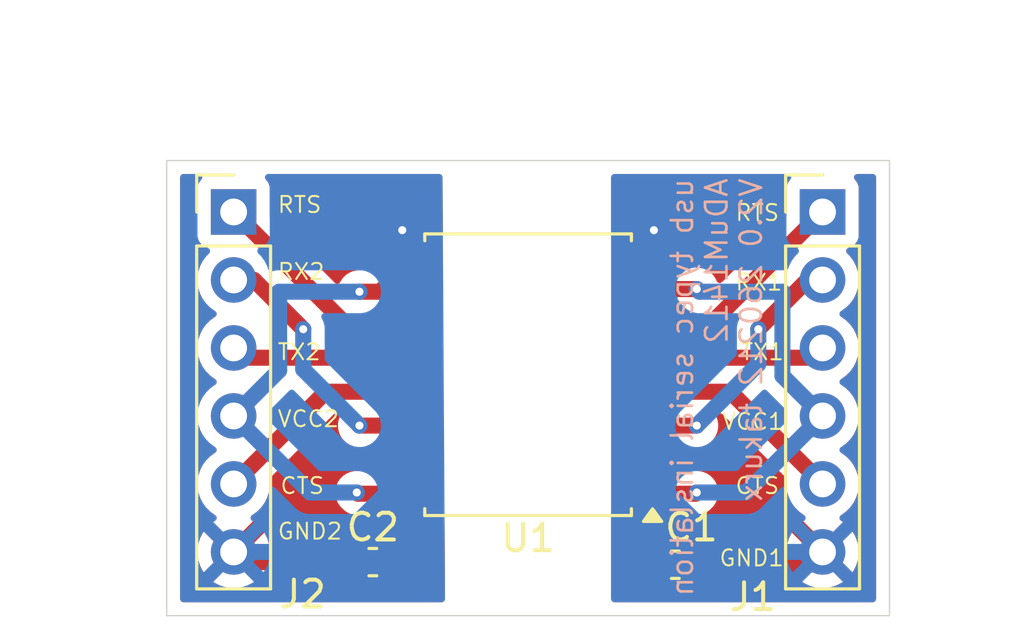
<source format=kicad_pcb>
(kicad_pcb (version 20241229) (generator "pcbnew") (generator_version "9.0")
  (title_block (title "usb typec serial insulation") (date "2026-02-12") (rev "V2.0") (company "takurx") (comment 1 "ADuM1412"))
  (layers (0 "F.Cu" signal) (2 "B.Cu" signal) (13 "F.Paste" user) (15 "B.Paste" user) (5 "F.SilkS" user "F.Silkscreen") (7 "B.SilkS" user "B.Silkscreen") (1 "F.Mask" user) (3 "B.Mask" user) (25 "Edge.Cuts" user))
  (net 0 "")
  (net 1 "VCC2")
  (net 2 "Net-(J1-Pin_3)")
  (net 3 "Net-(J1-Pin_2)")
  (net 4 "Net-(J1-Pin_5)")
  (net 5 "Net-(J1-Pin_1)")
  (net 6 "GND2")
  (net 7 "Net-(J2-Pin_5)")
  (net 8 "Net-(J2-Pin_3)")
  (net 9 "VCC1")
  (net 10 "Net-(J2-Pin_1)")
  (net 11 "GND1")
  (net 12 "Net-(J2-Pin_2)")
  (footprint "Capacitor_SMD:C_0603_1608Metric_Pad1.08x0.95mm_HandSolder" (layer "F.Cu") (at 147 104.1)
    (property "Reference" "C1" (at 0.6 -1.4 0) (layer "F.SilkS"))
    (property "Value" "0.1uF,>10V(=5V*2)")
    (fp_line (start -0.146267 -0.51) (end 0.146267 -0.51) (stroke (width 0.12)) (layer "F.SilkS"))
    (fp_line (start -0.146267 0.51) (end 0.146267 0.51) (stroke (width 0.12)) (layer "F.SilkS"))
    (pad "1" smd roundrect (at -0.8625 0) (size 1.075 0.95) (layers "F.Cu" "F.Mask" "F.Paste") (net 9 "VCC1"))
    (pad "2" smd roundrect (at 0.8625 0) (size 1.075 0.95) (layers "F.Cu" "F.Mask" "F.Paste") (net 11 "GND1"))
  )
  (footprint "Connector_PinHeader_2.54mm:PinHeader_1x06_P2.54mm_Vertical" (layer "F.Cu") (at 130.5 90.92)
    (property "Reference" "J2" (at 2.585 14.28 0) (layer "F.SilkS"))
    (property "Value" "Conn_01x06_Socket")
    (fp_line (start -1.38 -1.38) (end 0 -1.38) (stroke (width 0.12)) (layer "F.SilkS"))
    (fp_line (start -1.38 0) (end -1.38 -1.38) (stroke (width 0.12)) (layer "F.SilkS"))
    (fp_line (start -1.38 1.27) (end -1.38 14.08) (stroke (width 0.12)) (layer "F.SilkS"))
    (fp_line (start -1.38 1.27) (end 1.38 1.27) (stroke (width 0.12)) (layer "F.SilkS"))
    (fp_line (start -1.38 14.08) (end 1.38 14.08) (stroke (width 0.12)) (layer "F.SilkS"))
    (fp_line (start 1.38 1.27) (end 1.38 14.08) (stroke (width 0.12)) (layer "F.SilkS"))
    (pad "1" thru_hole rect (at 0 0) (size 1.7 1.7) (drill 1) (layers "*.Cu" "*.Mask") (net 10 "Net-(J2-Pin_1)"))
    (pad "2" thru_hole circle (at 0 2.54) (size 1.7 1.7) (drill 1) (layers "*.Cu" "*.Mask") (net 12 "Net-(J2-Pin_2)"))
    (pad "3" thru_hole circle (at 0 5.08) (size 1.7 1.7) (drill 1) (layers "*.Cu" "*.Mask") (net 8 "Net-(J2-Pin_3)"))
    (pad "4" thru_hole circle (at 0 7.62) (size 1.7 1.7) (drill 1) (layers "*.Cu" "*.Mask") (net 1 "VCC2"))
    (pad "5" thru_hole circle (at 0 10.16) (size 1.7 1.7) (drill 1) (layers "*.Cu" "*.Mask") (net 7 "Net-(J2-Pin_5)"))
    (pad "6" thru_hole circle (at 0 12.7) (size 1.7 1.7) (drill 1) (layers "*.Cu" "*.Mask") (net 6 "GND2"))
  )
  (footprint "Connector_PinHeader_2.54mm:PinHeader_1x06_P2.54mm_Vertical" (layer "F.Cu") (at 152.5 90.92)
    (property "Reference" "J1" (at -2.6 14.38 0) (layer "F.SilkS"))
    (property "Value" "Conn_01x06_Socket")
    (fp_line (start -1.38 -1.38) (end 0 -1.38) (stroke (width 0.12)) (layer "F.SilkS"))
    (fp_line (start -1.38 0) (end -1.38 -1.38) (stroke (width 0.12)) (layer "F.SilkS"))
    (fp_line (start -1.38 1.27) (end -1.38 14.08) (stroke (width 0.12)) (layer "F.SilkS"))
    (fp_line (start -1.38 1.27) (end 1.38 1.27) (stroke (width 0.12)) (layer "F.SilkS"))
    (fp_line (start -1.38 14.08) (end 1.38 14.08) (stroke (width 0.12)) (layer "F.SilkS"))
    (fp_line (start 1.38 1.27) (end 1.38 14.08) (stroke (width 0.12)) (layer "F.SilkS"))
    (pad "1" thru_hole rect (at 0 0) (size 1.7 1.7) (drill 1) (layers "*.Cu" "*.Mask") (net 5 "Net-(J1-Pin_1)"))
    (pad "2" thru_hole circle (at 0 2.54) (size 1.7 1.7) (drill 1) (layers "*.Cu" "*.Mask") (net 3 "Net-(J1-Pin_2)"))
    (pad "3" thru_hole circle (at 0 5.08) (size 1.7 1.7) (drill 1) (layers "*.Cu" "*.Mask") (net 2 "Net-(J1-Pin_3)"))
    (pad "4" thru_hole circle (at 0 7.62) (size 1.7 1.7) (drill 1) (layers "*.Cu" "*.Mask") (net 9 "VCC1"))
    (pad "5" thru_hole circle (at 0 10.16) (size 1.7 1.7) (drill 1) (layers "*.Cu" "*.Mask") (net 4 "Net-(J1-Pin_5)"))
    (pad "6" thru_hole circle (at 0 12.7) (size 1.7 1.7) (drill 1) (layers "*.Cu" "*.Mask") (net 11 "GND1"))
  )
  (footprint "Capacitor_SMD:C_0603_1608Metric_Pad1.08x0.95mm_HandSolder" (layer "F.Cu") (at 135.7 104 180)
    (property "Reference" "C2" (at 0 1.3 0) (layer "F.SilkS"))
    (property "Value" "0.1F,>10V(=5V*2)")
    (fp_line (start -0.146267 0.51) (end 0.146267 0.51) (stroke (width 0.12)) (layer "F.SilkS"))
    (fp_line (start -0.146267 -0.51) (end 0.146267 -0.51) (stroke (width 0.12)) (layer "F.SilkS"))
    (pad "1" smd roundrect (at -0.8625 0 180) (size 1.075 0.95) (layers "F.Cu" "F.Mask" "F.Paste") (net 1 "VCC2"))
    (pad "2" smd roundrect (at 0.8625 0 180) (size 1.075 0.95) (layers "F.Cu" "F.Mask" "F.Paste") (net 6 "GND2"))
  )
  (footprint "Package_SO:SOIC-16W_7.5x10.3mm_P1.27mm" (layer "F.Cu") (at 141.5 97 180)
    (property "Reference" "U1" (at 0 -6.1 0) (layer "F.SilkS"))
    (property "Value" "ADuM1412")
    (fp_line (start 3.86 5.26) (end -3.86 5.26) (stroke (width 0.12)) (layer "F.SilkS"))
    (fp_line (start 3.86 5.005) (end 3.86 5.26) (stroke (width 0.12)) (layer "F.SilkS"))
    (fp_line (start 3.86 -5.26) (end 3.86 -5.005) (stroke (width 0.12)) (layer "F.SilkS"))
    (fp_line (start -3.86 5.26) (end -3.86 5.005) (stroke (width 0.12)) (layer "F.SilkS"))
    (fp_line (start -3.86 -5.005) (end -3.86 -5.26) (stroke (width 0.12)) (layer "F.SilkS"))
    (fp_line (start -3.86 -5.26) (end 3.86 -5.26) (stroke (width 0.12)) (layer "F.SilkS"))
    (fp_poly (pts (xy -4.65 -5.01) (xy -4.99 -5.48) (xy -4.31 -5.48)) (stroke (width 0.12)) (fill yes) (layer "F.SilkS"))
    (pad "1" smd roundrect (at -4.65 -4.445 180) (size 2.05 0.6) (layers "F.Cu" "F.Mask" "F.Paste") (net 9 "VCC1"))
    (pad "2" smd roundrect (at -4.65 -3.175 180) (size 2.05 0.6) (layers "F.Cu" "F.Mask" "F.Paste") (net 11 "GND1"))
    (pad "3" smd roundrect (at -4.65 -1.905 180) (size 2.05 0.6) (layers "F.Cu" "F.Mask" "F.Paste") (net 3 "Net-(J1-Pin_2)"))
    (pad "4" smd roundrect (at -4.65 -0.635 180) (size 2.05 0.6) (layers "F.Cu" "F.Mask" "F.Paste") (net 4 "Net-(J1-Pin_5)"))
    (pad "5" smd roundrect (at -4.65 0.635 180) (size 2.05 0.6) (layers "F.Cu" "F.Mask" "F.Paste") (net 2 "Net-(J1-Pin_3)"))
    (pad "6" smd roundrect (at -4.65 1.905 180) (size 2.05 0.6) (layers "F.Cu" "F.Mask" "F.Paste") (net 5 "Net-(J1-Pin_1)"))
    (pad "7" smd roundrect (at -4.65 3.175 180) (size 2.05 0.6) (layers "F.Cu" "F.Mask" "F.Paste") (net 9 "VCC1"))
    (pad "8" smd roundrect (at -4.65 4.445 180) (size 2.05 0.6) (layers "F.Cu" "F.Mask" "F.Paste") (net 11 "GND1"))
    (pad "9" smd roundrect (at 4.65 4.445 180) (size 2.05 0.6) (layers "F.Cu" "F.Mask" "F.Paste") (net 6 "GND2"))
    (pad "10" smd roundrect (at 4.65 3.175 180) (size 2.05 0.6) (layers "F.Cu" "F.Mask" "F.Paste") (net 1 "VCC2"))
    (pad "11" smd roundrect (at 4.65 1.905 180) (size 2.05 0.6) (layers "F.Cu" "F.Mask" "F.Paste") (net 10 "Net-(J2-Pin_1)"))
    (pad "12" smd roundrect (at 4.65 0.635 180) (size 2.05 0.6) (layers "F.Cu" "F.Mask" "F.Paste") (net 8 "Net-(J2-Pin_3)"))
    (pad "13" smd roundrect (at 4.65 -0.635 180) (size 2.05 0.6) (layers "F.Cu" "F.Mask" "F.Paste") (net 7 "Net-(J2-Pin_5)"))
    (pad "14" smd roundrect (at 4.65 -1.905 180) (size 2.05 0.6) (layers "F.Cu" "F.Mask" "F.Paste") (net 12 "Net-(J2-Pin_2)"))
    (pad "15" smd roundrect (at 4.65 -3.175 180) (size 2.05 0.6) (layers "F.Cu" "F.Mask" "F.Paste") (net 6 "GND2"))
    (pad "16" smd roundrect (at 4.65 -4.445 180) (size 2.05 0.6) (layers "F.Cu" "F.Mask" "F.Paste") (net 1 "VCC2"))
  )
  (gr_line (start 128 106) (end 128 89) (stroke (width 0.05)) (layer "Edge.Cuts"))
  (gr_line (start 155 89) (end 155 106) (stroke (width 0.05)) (layer "Edge.Cuts"))
  (gr_line (start 155 106) (end 128 106) (stroke (width 0.05)) (layer "Edge.Cuts"))
  (gr_line (start 128 89) (end 155 89) (stroke (width 0.05)) (layer "Edge.Cuts"))
  (gr_text "VCC2" (at 132.1 99 0) (layer "F.SilkS") (effects (font (size 0.6 0.6) (thickness 0.075)) (justify left bottom)))
  (gr_text "GND2" (at 132.1 103.2 0) (layer "F.SilkS") (effects (font (size 0.6 0.6) (thickness 0.075)) (justify left bottom)))
  (gr_text "RX2" (at 132.1 93.5 0) (layer "F.SilkS") (effects (font (size 0.6 0.6) (thickness 0.075)) (justify left bottom)))
  (gr_text "TX2" (at 132.1 96.5 0) (layer "F.SilkS") (effects (font (size 0.6 0.6) (thickness 0.075)) (justify left bottom)))
  (gr_text "GND1" (at 148.6 104.2 0) (layer "F.SilkS") (effects (font (size 0.6 0.6) (thickness 0.075)) (justify left bottom)))
  (gr_text "VCC1" (at 148.7 99.1 0) (layer "F.SilkS") (effects (font (size 0.6 0.6) (thickness 0.075)) (justify left bottom)))
  (gr_text "TX1" (at 149.4 96.5 0) (layer "F.SilkS") (effects (font (size 0.6 0.6) (thickness 0.075)) (justify left bottom)))
  (gr_text "RTS" (at 132.1 91 0) (layer "F.SilkS") (effects (font (size 0.6 0.6) (thickness 0.075)) (justify left bottom)))
  (gr_text "RX1" (at 149.2 93.9 0) (layer "F.SilkS") (effects (font (size 0.6 0.6) (thickness 0.075)) (justify left bottom)))
  (gr_text "CTS" (at 132.2 101.5 0) (layer "F.SilkS") (effects (font (size 0.6 0.6) (thickness 0.075)) (justify left bottom)))
  (gr_text "RTS" (at 149.2 91.3 0) (layer "F.SilkS") (effects (font (size 0.6 0.6) (thickness 0.075)) (justify left bottom)))
  (gr_text "CTS" (at 149.2 101.5 0) (layer "F.SilkS") (effects (font (size 0.6 0.6) (thickness 0.075)) (justify left bottom)))
  (gr_text "usb typec serial inslation\nADuM1412\nV2.0 260212 takurx" (at 150.3 89.6 90) (layer "B.SilkS") (effects (font (size 0.8 0.8) (thickness 0.1)) (justify left bottom mirror)))
  (segment (start 136.85 101.445) (end 135.145 101.445) (width 0.6) (layer "F.Cu") (net 1))
  (segment (start 135.145 101.445) (end 135.1 101.4) (width 0.6) (layer "F.Cu") (net 1))
  (segment (start 136.5625 104) (end 136.5625 101.7325) (width 0.6) (layer "F.Cu") (net 1))
  (segment (start 136.775 93.9) (end 136.85 93.825) (width 0.6) (layer "F.Cu") (net 1))
  (segment (start 136.5625 101.7325) (end 136.85 101.445) (width 0.6) (layer "F.Cu") (net 1))
  (segment (start 135.2 93.9) (end 136.775 93.9) (width 0.6) (layer "F.Cu") (net 1))
  (via (at 135.2 93.9) (size 0.6) (drill 0.3) (layers "F.Cu" "B.Cu") (net 1))
  (via (at 135.1 101.4) (size 0.6) (drill 0.3) (layers "F.Cu" "B.Cu") (net 1))
  (segment (start 132.2 96.84) (end 132.2 93.9) (width 0.6) (layer "B.Cu") (net 1))
  (segment (start 130.5 98.54) (end 132.2 96.84) (width 0.6) (layer "B.Cu") (net 1))
  (segment (start 132.2 93.9) (end 135.2 93.9) (width 0.6) (layer "B.Cu") (net 1))
  (segment (start 135.1 101.4) (end 133.36 101.4) (width 0.6) (layer "B.Cu") (net 1))
  (segment (start 133.36 101.4) (end 130.5 98.54) (width 0.6) (layer "B.Cu") (net 1))
  (segment (start 152.135 96.365) (end 152.5 96) (width 0.6) (layer "F.Cu") (net 2))
  (segment (start 146.15 96.365) (end 152.135 96.365) (width 0.6) (layer "F.Cu") (net 2))
  (segment (start 147.8 98.9) (end 146.155 98.9) (width 0.6) (layer "F.Cu") (net 3))
  (segment (start 151.94 93.46) (end 150.1 95.3) (width 0.6) (layer "F.Cu") (net 3))
  (segment (start 152.5 93.46) (end 151.94 93.46) (width 0.6) (layer "F.Cu") (net 3))
  (segment (start 146.155 98.9) (end 146.15 98.905) (width 0.6) (layer "F.Cu") (net 3))
  (via (at 147.8 98.9) (size 0.6) (drill 0.3) (layers "F.Cu" "B.Cu") (net 3))
  (via (at 150.1 95.3) (size 0.6) (drill 0.3) (layers "F.Cu" "B.Cu") (net 3))
  (segment (start 150.1 96.6) (end 147.8 98.9) (width 0.6) (layer "B.Cu") (net 3))
  (segment (start 150.1 95.3) (end 150.1 96.6) (width 0.6) (layer "B.Cu") (net 3))
  (segment (start 146.15 97.635) (end 149.055 97.635) (width 0.6) (layer "F.Cu") (net 4))
  (segment (start 149.055 97.635) (end 152.5 101.08) (width 0.6) (layer "F.Cu") (net 4))
  (segment (start 148.325 95.095) (end 152.5 90.92) (width 0.6) (layer "F.Cu") (net 5))
  (segment (start 146.15 95.095) (end 148.325 95.095) (width 0.6) (layer "F.Cu") (net 5))
  (segment (start 136.8 92.505) (end 136.85 92.555) (width 0.6) (layer "F.Cu") (net 6))
  (segment (start 134.8375 104) (end 130.88 104) (width 0.6) (layer "F.Cu") (net 6))
  (segment (start 136.8 91.6) (end 136.8 92.505) (width 0.6) (layer "F.Cu") (net 6))
  (segment (start 130.88 104) (end 130.5 103.62) (width 0.6) (layer "F.Cu") (net 6))
  (segment (start 133.945 100.175) (end 130.5 103.62) (width 0.6) (layer "F.Cu") (net 6))
  (segment (start 136.85 100.175) (end 133.945 100.175) (width 0.6) (layer "F.Cu") (net 6))
  (via (at 136.8 91.6) (size 0.6) (drill 0.3) (layers "F.Cu" "B.Cu") (net 6))
  (segment (start 134.012785 103.62) (end 136.8 100.832785) (width 0.6) (layer "B.Cu") (net 6))
  (segment (start 130.5 103.62) (end 134.012785 103.62) (width 0.6) (layer "B.Cu") (net 6))
  (segment (start 136.8 100.832785) (end 136.8 91.6) (width 0.6) (layer "B.Cu") (net 6))
  (segment (start 136.85 97.635) (end 133.945 97.635) (width 0.6) (layer "F.Cu") (net 7))
  (segment (start 133.945 97.635) (end 130.5 101.08) (width 0.6) (layer "F.Cu") (net 7))
  (segment (start 136.85 96.365) (end 130.865 96.365) (width 0.6) (layer "F.Cu") (net 8))
  (segment (start 130.865 96.365) (end 130.5 96) (width 0.6) (layer "F.Cu") (net 8))
  (segment (start 146.175 93.8) (end 146.15 93.825) (width 0.6) (layer "F.Cu") (net 9))
  (segment (start 146.15 101.445) (end 147.755 101.445) (width 0.6) (layer "F.Cu") (net 9))
  (segment (start 147.755 101.445) (end 147.8 101.4) (width 0.6) (layer "F.Cu") (net 9))
  (segment (start 146.1375 101.4575) (end 146.15 101.445) (width 0.6) (layer "F.Cu") (net 9))
  (segment (start 147.8 93.8) (end 146.175 93.8) (width 0.6) (layer "F.Cu") (net 9))
  (segment (start 146.1375 104.1) (end 146.1375 101.4575) (width 0.6) (layer "F.Cu") (net 9))
  (via (at 147.8 101.4) (size 0.6) (drill 0.3) (layers "F.Cu" "B.Cu") (net 9))
  (via (at 147.8 93.8) (size 0.6) (drill 0.3) (layers "F.Cu" "B.Cu") (net 9))
  (segment (start 152.5 98.54) (end 151 97.04) (width 0.6) (layer "B.Cu") (net 9))
  (segment (start 149.64 101.4) (end 152.5 98.54) (width 0.6) (layer "B.Cu") (net 9))
  (segment (start 151 97.04) (end 151 93.9) (width 0.6) (layer "B.Cu") (net 9))
  (segment (start 151 93.9) (end 147.9 93.9) (width 0.6) (layer "B.Cu") (net 9))
  (segment (start 147.8 101.4) (end 149.64 101.4) (width 0.6) (layer "B.Cu") (net 9))
  (segment (start 147.9 93.9) (end 147.8 93.8) (width 0.6) (layer "B.Cu") (net 9))
  (segment (start 136.85 95.095) (end 134.675 95.095) (width 0.6) (layer "F.Cu") (net 10))
  (segment (start 134.675 95.095) (end 130.5 90.92) (width 0.6) (layer "F.Cu") (net 10))
  (segment (start 146.2 92.505) (end 146.15 92.555) (width 0.6) (layer "F.Cu") (net 11))
  (segment (start 149.055 100.175) (end 152.5 103.62) (width 0.6) (layer "F.Cu") (net 11))
  (segment (start 146.2 91.6) (end 146.2 92.505) (width 0.6) (layer "F.Cu") (net 11))
  (segment (start 147.8625 104.1) (end 152.02 104.1) (width 0.6) (layer "F.Cu") (net 11))
  (segment (start 152.02 104.1) (end 152.5 103.62) (width 0.6) (layer "F.Cu") (net 11))
  (segment (start 146.15 100.175) (end 149.055 100.175) (width 0.6) (layer "F.Cu") (net 11))
  (via (at 146.2 91.6) (size 0.6) (drill 0.3) (layers "F.Cu" "B.Cu") (net 11))
  (segment (start 152.5 103.62) (end 148.887215 103.62) (width 0.6) (layer "B.Cu") (net 11))
  (segment (start 148.887215 103.62) (end 146.2 100.932785) (width 0.6) (layer "B.Cu") (net 11))
  (segment (start 146.2 100.932785) (end 146.2 91.6) (width 0.6) (layer "B.Cu") (net 11))
  (segment (start 131.26 93.46) (end 133.1 95.3) (width 0.6) (layer "F.Cu") (net 12))
  (segment (start 135.2 98.9) (end 136.845 98.9) (width 0.6) (layer "F.Cu") (net 12))
  (segment (start 136.845 98.9) (end 136.85 98.905) (width 0.6) (layer "F.Cu") (net 12))
  (segment (start 130.5 93.46) (end 131.26 93.46) (width 0.6) (layer "F.Cu") (net 12))
  (via (at 135.2 98.9) (size 0.6) (drill 0.3) (layers "F.Cu" "B.Cu") (net 12))
  (via (at 133.1 95.3) (size 0.6) (drill 0.3) (layers "F.Cu" "B.Cu") (net 12))
  (segment (start 133.1 95.3) (end 133.1 96.8) (width 0.6) (layer "B.Cu") (net 12))
  (segment (start 133.1 96.8) (end 135.2 98.9) (width 0.6) (layer "B.Cu") (net 12))
  (zone (net 6) (net_name "GND2") (layers "F.Cu" "B.Cu") (connect_pads (clearance 0.5)) (min_thickness 0.25) (fill yes (thermal_gap 0.5) (thermal_bridge_width 0.5))
    (polygon (pts (xy 128 89) (xy 138.3 89) (xy 138.4 106) (xy 128 106)))
  )
  (zone (net 11) (net_name "GND1") (layers "F.Cu" "B.Cu") (priority 1) (connect_pads (clearance 0.5)) (min_thickness 0.25) (fill yes (thermal_gap 0.5) (thermal_bridge_width 0.5))
    (polygon (pts (xy 155 89) (xy 144.6 89) (xy 144.6 106) (xy 155 106)))
  )
)
</source>
